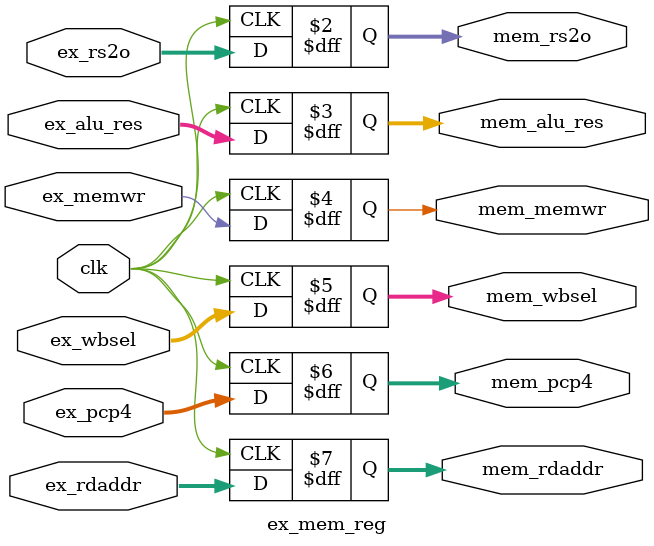
<source format=v>
`include "cpu.vh"
module ex_mem_reg(
	clk,
	//ex
	ex_alu_res,
	ex_rs2o,
	ex_memwr,
	ex_wbsel,
	ex_pcp4,
	ex_rdaddr,

	//mem
	mem_alu_res,
	mem_rs2o,
	mem_memwr,
	mem_wbsel,
	mem_pcp4,
	mem_rdaddr

);
input wire clk;
//input wires
input wire [31:0] ex_rs2o; 
input wire [31:0] ex_alu_res;
input wire ex_memwr;
input wire [1:0] ex_wbsel;
input wire [31:0] ex_pcp4;
input wire [4:0] ex_rdaddr;
//output registers

output reg [31:0] mem_rs2o; 
output reg [31:0] mem_alu_res;
output reg mem_memwr;
output reg [1:0] mem_wbsel;
output reg [31:0] mem_pcp4;
output reg [4:0] mem_rdaddr;


always @(posedge clk) begin
	mem_rs2o <= ex_rs2o;
	mem_alu_res <= ex_alu_res;
	mem_memwr <= ex_memwr;
	mem_wbsel <= ex_wbsel;
	mem_pcp4 <= ex_pcp4;
	mem_rdaddr <= ex_rdaddr;
end



endmodule

</source>
